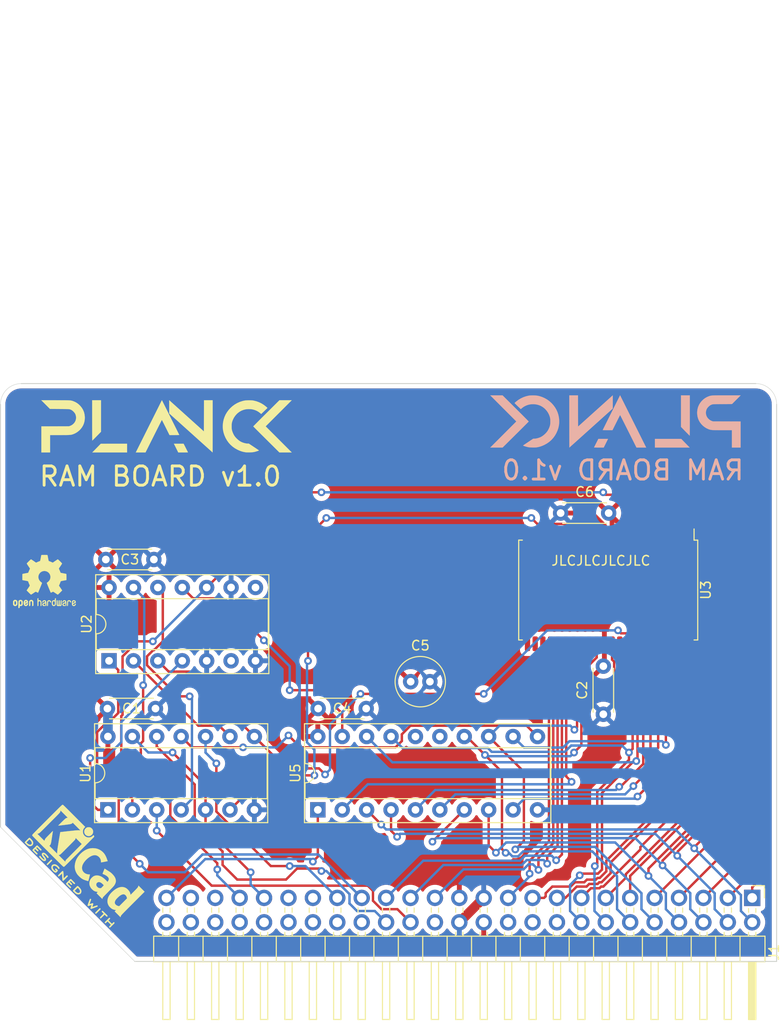
<source format=kicad_pcb>
(kicad_pcb (version 20211014) (generator pcbnew)
  (title_block (title "RAM BOARD") (date "2023-02-27") (rev "${VERSION}") (company "Six Pixels"))
  (layers (0 "F.Cu" signal) (31 "B.Cu" signal) (34 "B.Paste" user) (35 "F.Paste" user) (36 "B.SilkS" user "B.Silkscreen") (37 "F.SilkS" user "F.Silkscreen") (38 "B.Mask" user) (39 "F.Mask" user) (44 "Edge.Cuts" user))
  (property "VERSION" "v1.0")
  (net 0 "")
  (net 1 "RDY")
  (net 2 "A15")
  (net 3 "A14")
  (net 4 "A13")
  (net 5 "A12")
  (net 6 "A11")
  (net 7 "GND")
  (net 8 "+5V")
  (net 9 "A10")
  (net 10 "A9")
  (net 11 "A8")
  (net 12 "D7")
  (net 13 "A7")
  (net 14 "D6")
  (net 15 "A6")
  (net 16 "D5")
  (net 17 "A5")
  (net 18 "D4")
  (net 19 "A4")
  (net 20 "D3")
  (net 21 "A3")
  (net 22 "D2")
  (net 23 "A2")
  (net 24 "D1")
  (net 25 "A1")
  (net 26 "D0")
  (net 27 "A0")
  (net 28 "CLK")
  (net 29 "BE")
  (net 30 "SYNC")
  (net 31 "EX3")
  (net 32 "EX2")
  (net 33 "EX1")
  (net 34 "EX0")
  (net 35 "~{NMI}")
  (net 36 "~{RESET}")
  (net 37 "~{SLOT_IRQ}")
  (net 38 "~{IRQ}")
  (net 39 "R~{W}")
  (net 40 "LED4")
  (net 41 "LED3")
  (net 42 "LED2")
  (net 43 "LED1")
  (net 44 "~{SLOT_SEL}")
  (net 45 "~{INH}")
  (net 46 "~{SSEL}")
  (net 47 "CLK_12M")
  (net 48 "~{SLOW}")
  (net 49 "/~{CE}")
  (net 50 "Net-(U1-Pad11)")
  (net 51 "/~{WE}")
  (net 55 "/~{OE}")
  (net 56 "/RA14")
  (net 57 "/RA15")
  (net 58 "/RA16")
  (net 68 "Net-(U1-Pad4)")
  (net 69 "Net-(U1-Pad9)")
  (net 70 "/RA17")
  (net 73 "Net-(U1-Pad1)")
  (net 74 "/RA18")
  (net 75 "Net-(U2-Pad11)")
  (footprint "Connector_PinHeader_2.54mm:PinHeader_2x25_P2.54mm_Horizontal" (layer "F.Cu") (at 186.817 131.953 -90)
    (fp_text reference "J1")
    (fp_text value "Conn_01x40")
  )
  (footprint "Capacitor_THT:C_Disc_D4.3mm_W1.9mm_P5.00mm" (layer "F.Cu") (at 124.714 112.268 180)
    (fp_text reference "C1")
    (fp_text value "100n")
  )
  (footprint "Capacitor_THT:C_Disc_D4.3mm_W1.9mm_P5.00mm" (layer "F.Cu") (at 171.323 112.863 90)
    (fp_text reference "C2")
    (fp_text value "100n")
  )
  (footprint "Capacitor_THT:C_Disc_D4.3mm_W1.9mm_P5.00mm" (layer "F.Cu") (at 124.547 96.774 180)
    (fp_text reference "C3")
    (fp_text value "100n")
  )
  (footprint "Package_DIP:DIP-14_W7.62mm_Socket" (layer "F.Cu") (at 119.766 122.799 90)
    (fp_text reference "U1")
    (fp_text value "74HC00")
  )
  (footprint "Package_SO:TSOP-II-44_10.16x18.41mm_P0.8mm" (layer "F.Cu") (at 171.831 99.949 -90)
    (fp_text reference "U3")
    (fp_text value "IS61C5128AL-10TLI")
  )
  (footprint "Capacitor_THT:C_Disc_D4.3mm_W1.9mm_P5.00mm" (layer "F.Cu") (at 146.645 112.268 180)
    (fp_text reference "C4")
    (fp_text value "100n")
  )
  (footprint "Package_DIP:DIP-20_W7.62mm_Socket" (layer "F.Cu") (at 141.61 122.799 90)
    (fp_text reference "U5")
    (fp_text value "74HC273")
  )
  (footprint "Capacitor_THT:C_Radial_D5.0mm_H11.0mm_P2.00mm" (layer "F.Cu") (at 151.273 109.474)
    (fp_text reference "C5")
    (fp_text value "10u")
  )
  (footprint "Logo:logo" (layer "F.Cu") (at 125.857 82.931)
    (fp_text reference "LOGO" hide)
    (fp_text value "LOGO" hide)
  )
  (footprint "Symbol:KiCad-Logo2_5mm_SilkScreen" (layer "F.Cu") (at 117.643351 128.501303 -45)
    (fp_text reference "REF**" hide)
    (fp_text value "KiCad-Logo2_5mm_SilkScreen" hide)
  )
  (footprint "Package_DIP:DIP-14_W7.62mm_Socket" (layer "F.Cu") (at 119.883 107.305 90)
    (fp_text reference "U2")
    (fp_text value "74HC04")
  )
  (footprint "Symbol:OSHW-Logo2_7.3x6mm_SilkScreen" (layer "F.Cu") (at 113.157 99.06)
    (fp_text reference "OSHW" hide)
    (fp_text value "OSHW-Logo2_7.3x6mm_SilkScreen" hide)
  )
  (footprint "Capacitor_THT:C_Disc_D4.3mm_W1.9mm_P5.00mm" (layer "F.Cu") (at 166.878 91.948)
    (fp_text reference "C6")
    (fp_text value "100n")
  )
  (footprint "Logo:logo" (layer "B.Cu") (at 172.593 82.423 180)
    (fp_text reference "LOGO2" hide)
    (fp_text value "LOGO" hide)
  )
  (gr_arc (start 108.585 80.645) (mid 109.217356 79.118356) (end 110.744 78.486) (layer "Edge.Cuts") (width 0.05))
  (gr_line (start 189.357 138.557) (end 122.555 138.557) (layer "Edge.Cuts") (width 0.1))
  (gr_arc (start 187.198 78.486) (mid 188.724644 79.118356) (end 189.357 80.645) (layer "Edge.Cuts") (width 0.05))
  (gr_line (start 122.555 138.557) (end 108.585 124.587) (layer "Edge.Cuts") (width 0.05))
  (gr_line (start 189.357 80.645) (end 189.357 138.557) (layer "Edge.Cuts") (width 0.1))
  (gr_line (start 108.585 124.587) (end 108.585 80.645) (layer "Edge.Cuts") (width 0.1))
  (gr_line (start 110.744 78.486) (end 187.198 78.486) (layer "Edge.Cuts") (width 0.1))
  (gr_text "RAM BOARD ${VERSION}" (at 173.355 87.503) (layer "B.SilkS") (effects (font (size 2 2) (thickness 0.3)) (justify mirror)))
  (gr_text "JLCJLCJLCJLC" (at 171.069 96.901) (layer "F.SilkS") (effects (font (size 1 1))))
  (gr_text "RAM BOARD ${VERSION}" (at 125.222 88.138) (layer "F.SilkS") (effects (font (size 2 2) (thickness 0.3))))
  (segment (start 136.719779 128.64377) (end 138.682631 128.64377) (width 0.25) (layer "F.Cu") (net 2))
  (segment (start 131.051 117.97) (end 131.051 122.974991) (width 0.25) (layer "F.Cu") (net 2))
  (segment (start 131.051 122.974991) (end 136.719779 128.64377) (width 0.25) (layer "F.Cu") (net 2))
  (via (at 138.682631 128.64377) (size 0.8) (drill 0.4) (layers "F.Cu" "B.Cu") (net 2))
  (via (at 131.051 117.97) (size 0.8) (drill 0.4) (layers "F.Cu" "B.Cu") (net 2))
  (segment (start 143.637 131.953) (end 140.32777 128.64377) (width 0.25) (layer "B.Cu") (net 2))
  (segment (start 140.32777 128.64377) (end 138.682631 128.64377) (width 0.25) (layer "B.Cu") (net 2))
  (segment (start 129.926 116.845) (end 129.926 115.179) (width 0.25) (layer "B.Cu") (net 2))
  (segment (start 131.051 117.97) (end 129.926 116.845) (width 0.25) (layer "B.Cu") (net 2))
  (segment (start 120.839 112.733991) (end 120.839 108.261) (width 0.25) (layer "F.Cu") (net 3))
  (segment (start 120.839 108.261) (end 119.883 107.305) (width 0.25) (layer "F.Cu") (net 3))
  (segment (start 118.641 118.641) (end 118.641 114.713009) (width 0.25) (layer "F.Cu") (net 3))
  (segment (start 120.891 126.225002) (end 120.891 120.891) (width 0.25) (layer "F.Cu") (net 3))
  (segment (start 120.891 120.891) (end 118.641 118.641) (width 0.25) (layer "F.Cu") (net 3))
  (segment (start 119.961009 113.393) (end 120.179991 113.393) (width 0.25) (layer "F.Cu") (net 3))
  (segment (start 123.073701 128.407703) (end 120.891 126.225002) (width 0.25) (layer "F.Cu") (net 3))
  (segment (start 118.641 114.713009) (end 119.961009 113.393) (width 0.25) (layer "F.Cu") (net 3))
  (segment (start 120.179991 113.393) (end 120.839 112.733991) (width 0.25) (layer "F.Cu") (net 3))
  (via (at 123.073701 128.407703) (size 0.8) (drill 0.4) (layers "F.Cu" "B.Cu") (net 3))
  (segment (start 123.951998 129.286) (end 123.073701 128.407703) (width 0.25) (layer "B.Cu") (net 3))
  (segment (start 129.608501 127.439499) (end 127.762 129.286) (width 0.25) (layer "B.Cu") (net 3))
  (segment (start 141.663499 127.439499) (end 129.608501 127.439499) (width 0.25) (layer "B.Cu") (net 3))
  (segment (start 127.762 129.286) (end 123.951998 129.286) (width 0.25) (layer "B.Cu") (net 3))
  (segment (start 146.177 131.953) (end 141.663499 127.439499) (width 0.25) (layer "B.Cu") (net 3))
  (segment (start 168.231 107.456939) (end 167.688497 107.999442) (width 0.25) (layer "F.Cu") (net 4))
  (segment (start 167.688497 107.999442) (end 167.688497 109.805813) (width 0.25) (layer "F.Cu") (net 4))
  (segment (start 167.688497 109.805813) (end 167.011499 110.482811) (width 0.25) (layer "F.Cu") (net 4))
  (segment (start 167.011499 110.482811) (end 167.011499 127.44384) (width 0.25) (layer "F.Cu") (net 4))
  (segment (start 167.011499 127.44384) (end 166.414784 128.040555) (width 0.25) (layer "F.Cu") (net 4))
  (segment (start 168.231 105.5365) (end 168.231 107.456939) (width 0.25) (layer "F.Cu") (net 4))
  (via (at 166.414784 128.040555) (size 0.8) (drill 0.4) (layers "F.Cu" "B.Cu") (net 4))
  (segment (start 152.581996 128.088004) (end 162.646722 128.088004) (width 0.25) (layer "B.Cu") (net 4))
  (segment (start 165.941321 127.567092) (end 166.414784 128.040555) (width 0.25) (layer "B.Cu") (net 4))
  (segment (start 163.167634 127.567092) (end 165.941321 127.567092) (width 0.25) (layer "B.Cu") (net 4))
  (segment (start 148.717 131.953) (end 152.581996 128.088004) (width 0.25) (layer "B.Cu") (net 4))
  (segment (start 162.646722 128.088004) (end 163.167634 127.567092) (width 0.25) (layer "B.Cu") (net 4))
  (segment (start 167.238996 105.728504) (end 167.238996 109.619624) (width 0.25) (layer "F.Cu") (net 5))
  (segment (start 166.561998 110.296622) (end 166.561998 126.560005) (width 0.25) (layer "F.Cu") (net 5))
  (segment (start 167.238996 109.619624) (end 166.561998 110.296622) (width 0.25) (layer "F.Cu") (net 5))
  (segment (start 165.481 127.641003) (end 165.481 128.397) (width 0.25) (layer "F.Cu") (net 5))
  (segment (start 167.431 105.5365) (end 167.238996 105.728504) (width 0.25) (layer "F.Cu") (net 5))
  (segment (start 166.561998 126.560005) (end 165.481 127.641003) (width 0.25) (layer "F.Cu") (net 5))
  (via (at 165.481 128.397) (size 0.8) (drill 0.4) (layers "F.Cu" "B.Cu") (net 5))
  (segment (start 162.832911 128.537505) (end 163.353823 128.016593) (width 0.25) (layer "B.Cu") (net 5))
  (segment (start 165.100593 128.016593) (end 165.481 128.397) (width 0.25) (layer "B.Cu") (net 5))
  (segment (start 151.257 131.953) (end 154.672495 128.537505) (width 0.25) (layer "B.Cu") (net 5))
  (segment (start 154.672495 128.537505) (end 162.832911 128.537505) (width 0.25) (layer "B.Cu") (net 5))
  (segment (start 163.353823 128.016593) (end 165.100593 128.016593) (width 0.25) (layer "B.Cu") (net 5))
  (segment (start 166.112497 126.266085) (end 164.571239 127.807343) (width 0.25) (layer "F.Cu") (net 6))
  (segment (start 166.631 105.5365) (end 166.631 109.59193) (width 0.25) (layer "F.Cu") (net 6))
  (segment (start 164.571239 127.807343) (end 164.571239 129.040223) (width 0.25) (layer "F.Cu") (net 6))
  (segment (start 166.631 109.59193) (end 166.112497 110.110433) (width 0.25) (layer "F.Cu") (net 6))
  (segment (start 166.112497 110.110433) (end 166.112497 126.266085) (width 0.25) (layer "F.Cu") (net 6))
  (via (at 164.571239 129.040223) (size 0.8) (drill 0.4) (layers "F.Cu" "B.Cu") (net 6))
  (segment (start 163.99711 128.466094) (end 164.571239 129.040223) (width 0.25) (layer "B.Cu") (net 6))
  (segment (start 156.762994 128.987006) (end 163.0191 128.987006) (width 0.25) (layer "B.Cu") (net 6))
  (segment (start 163.0191 128.987006) (end 163.540012 128.466094) (width 0.25) (layer "B.Cu") (net 6))
  (segment (start 163.540012 128.466094) (end 163.99711 128.466094) (width 0.25) (layer "B.Cu") (net 6))
  (segment (start 153.797 131.953) (end 156.762994 128.987006) (width 0.25) (layer "B.Cu") (net 6))
  (segment (start 156.337 134.493) (end 158.877 131.953) (width 1) (layer "F.Cu") (net 7))
  (segment (start 172.448 107.397009) (end 172.448 111.738) (width 0.25) (layer "F.Cu") (net 7))
  (segment (start 172.448 111.738) (end 171.323 112.863) (width 0.25) (layer "F.Cu") (net 7))
  (segment (start 172.231 105.5365) (end 172.231 107.180009) (width 0.25) (layer "F.Cu") (net 7))
  (segment (start 171.431 94.3615) (end 171.431 93.268767) (width 0.5) (layer "F.Cu") (net 7))
  (segment (start 170.110233 91.948) (end 166.878 91.948) (width 0.5) (layer "F.Cu") (net 7))
  (segment (start 172.231 107.180009) (end 172.448 107.397009) (width 0.25) (layer "F.Cu") (net 7))
  (segment (start 171.431 93.268767) (end 170.110233 91.948) (width 0.5) (layer "F.Cu") (net 7))
  (segment (start 171.431 107.628) (end 171.431 105.5365) (width 0.5) (layer "F.Cu") (net 8))
  (segment (start 171.109 107.95) (end 171.431 107.628) (width 0.5) (layer "F.Cu") (net 8))
  (segment (start 171.431 105.5365) (end 171.431 103.613) (width 0.5) (layer "F.Cu") (net 8))
  (segment (start 172.231 94.3615) (end 172.231 92.301) (width 0.5) (layer "F.Cu") (net 8))
  (segment (start 172.231 92.301) (end 171.878 91.948) (width 0.5) (layer "F.Cu") (net 8))
  (segment (start 171.431 103.613) (end 171.069 103.251) (width 0.5) (layer "F.Cu") (net 8))
  (segment (start 119.766 115.179) (end 119.766 112.32) (width 1) (layer "B.Cu") (net 8))
  (segment (start 119.766 112.32) (end 119.714 112.268) (width 1) (layer "B.Cu") (net 8))
  (segment (start 165.662996 126.079896) (end 163.65281 128.090082) (width 0.25) (layer "F.Cu") (net 9))
  (segment (start 163.65281 128.090082) (end 163.65281 129.434549) (width 0.25) (layer "F.Cu") (net 9))
  (segment (start 165.662996 105.704504) (end 165.662996 126.079896) (width 0.25) (layer "F.Cu") (net 9))
  (segment (start 165.831 105.5365) (end 165.662996 105.704504) (width 0.25) (layer "F.Cu") (net 9))
  (via (at 163.65281 129.434549) (size 0.8) (drill 0.4) (layers "F.Cu" "B.Cu") (net 9))
  (segment (start 161.417 131.953) (end 163.65281 129.71719) (width 0.25) (layer "B.Cu") (net 9))
  (segment (start 163.65281 129.71719) (end 163.65281 129.434549) (width 0.25) (layer "B.Cu") (net 9))
  (segment (start 165.501926 95.449) (end 165.66553 95.449) (width 0.25) (layer "F.Cu") (net 10))
  (segment (start 180.831 106.353074) (end 181.229 106.751074) (width 0.25) (layer "F.Cu") (net 10))
  (segment (start 171.635499 128.082415) (end 171.635499 129.194019) (width 0.25) (layer "F.Cu") (net 10))
  (segment (start 167.914609 130.778) (end 166.010299 130.778) (width 0.25) (layer "F.Cu") (net 10))
  (segment (start 168.36411 130.328499) (end 167.914609 130.778) (width 0.25) (layer "F.Cu") (net 10))
  (segment (start 170.717921 129.878998) (end 170.543421 130.053498) (width 0.25) (layer "F.Cu") (net 10))
  (segment (start 181.229 106.751074) (end 181.229 118.488914) (width 0.25) (layer "F.Cu") (net 10))
  (segment (start 165.66553 95.449) (end 173.59453 103.378) (width 0.25) (layer "F.Cu") (net 10))
  (segment (start 165.031 94.978074) (end 165.501926 95.449) (width 0.25) (layer "F.Cu") (net 10))
  (segment (start 165.159081 131.953) (end 163.957 131.953) (width 0.25) (layer "F.Cu") (net 10))
  (segment (start 170.95052 129.878998) (end 170.717921 129.878998) (width 0.25) (layer "F.Cu") (net 10))
  (segment (start 173.59453 103.378) (end 179.489074 103.378) (width 0.25) (layer "F.Cu") (net 10))
  (segment (start 170.543421 130.053498) (end 169.612518 130.053498) (width 0.25) (layer "F.Cu") (net 10))
  (segment (start 169.612518 130.053498) (end 169.337517 130.328499) (width 0.25) (layer "F.Cu") (net 10))
  (segment (start 165.031 94.3615) (end 165.031 94.978074) (width 0.25) (layer "F.Cu") (net 10))
  (segment (start 171.635499 129.194019) (end 170.95052 129.878998) (width 0.25) (layer "F.Cu") (net 10))
  (segment (start 165.322 131.466299) (end 165.322 131.790081) (width 0.25) (layer "F.Cu") (net 10))
  (segment (start 166.010299 130.778) (end 165.322 131.466299) (width 0.25) (layer "F.Cu") (net 10))
  (segment (start 169.337517 130.328499) (end 168.36411 130.328499) (width 0.25) (layer "F.Cu") (net 10))
  (segment (start 165.322 131.790081) (end 165.159081 131.953) (width 0.25) (layer "F.Cu") (net 10))
  (segment (start 179.489074 103.378) (end 180.831 104.719926) (width 0.25) (layer "F.Cu") (net 10))
  (segment (start 181.229 118.488914) (end 171.635499 128.082415) (width 0.25) (layer "F.Cu") (net 10))
  (segment (start 180.831 104.719926) (end 180.831 106.353074) (width 0.25) (layer "F.Cu") (net 10))
  (segment (start 170.72961 130.502999) (end 169.850605 130.502999) (width 0.25) (layer "F.Cu") (net 11))
  (segment (start 179.675263 102.928499) (end 181.280501 104.533737) (width 0.25) (layer "F.Cu") (net 11))
  (segment (start 181.678501 106.564885) (end 181.678501 118.675103) (width 0.25) (layer "F.Cu") (net 11))
  (segment (start 181.280501 106.166885) (end 181.678501 106.564885) (width 0.25) (layer "F.Cu") (net 11))
  (segment (start 172.085 128.268604) (end 172.085 129.380208) (width 0.25) (layer "F.Cu") (net 11))
  (segment (start 165.831 94.978074) (end 173.781425 102.928499) (width 0.25) (layer "F.Cu") (net 11))
  (segment (start 181.280501 104.533737) (end 181.280501 106.166885) (width 0.25) (layer "F.Cu") (net 11))
  (segment (start 168.550299 130.778) (end 167.375299 131.953) (width 0.25) (layer "F.Cu") (net 11))
  (segment (start 170.90411 130.328499) (end 170.72961 130.502999) (width 0.25) (layer "F.Cu") (net 11))
  (segment (start 167.375299 131.953) (end 166.497 131.953) (width 0.25) (layer "F.Cu") (net 11))
  (segment (start 169.850605 130.502999) (end 169.575604 130.778) (width 0.25) (layer "F.Cu") (net 11))
  (segment (start 173.781425 102.928499) (end 179.675263 102.928499) (width 0.25) (layer "F.Cu") (net 11))
  (segment (start 171.136709 130.328499) (end 170.90411 130.328499) (width 0.25) (layer "F.Cu") (net 11))
  (segment (start 169.575604 130.778) (end 168.550299 130.778) (width 0.25) (layer "F.Cu") (net 11))
  (segment (start 172.085 129.380208) (end 171.136709 130.328499) (width 0.25) (layer "F.Cu") (net 11))
  (segment (start 165.831 94.3615) (end 165.831 94.978074) (width 0.25) (layer "F.Cu") (net 11))
  (segment (start 181.678501 118.675103) (end 172.085 128.268604) (width 0.25) (layer "F.Cu") (net 11))
  (segment (start 173.831 106.153074) (end 174.879 107.201074) (width 0.25) (layer "F.Cu") (net 12))
  (segment (start 168.864897 129.603997) (end 169.039397 129.429497) (width 0.25) (layer "F.Cu") (net 12))
  (segment (start 174.879 107.201074) (end 174.879 117.602) (width 0.25) (layer "F.Cu") (net 12))
  (segment (start 169.039397 129.429497) (end 170.764331 129.429497) (width 0.25) (layer "F.Cu") (net 12))
  (segment (start 170.764331 129.429497) (end 171.185998 129.00783) (width 0.25) (layer "F.Cu") (net 12))
  (segment (start 173.831 105.5365) (end 173.831 106.153074) (width 0.25) (layer "F.Cu") (net 12))
  (segment (start 174.879 117.602) (end 174.752 117.729) (width 0.25) (layer "F.Cu") (net 12))
  (segment (start 174.49869 117.729) (end 174.752 117.729) (width 0.25) (layer "F.Cu") (net 12))
  (segment (start 171.185998 129.00783) (end 171.185998 121.041692) (width 0.25) (layer "F.Cu") (net 12))
  (segment (start 171.185998 121.041692) (end 174.49869 117.729) (width 0.25) (layer "F.Cu") (net 12))
  (via (at 168.864897 129.603997) (size 0.8) (drill 0.4) (layers "F.Cu" "B.Cu") (net 12))
  (via (at 174.752 117.729) (size 0.8) (drill 0.4) (layers "F.Cu" "B.Cu") (net 12))
  (segment (start 149.367 117.856) (end 174.625 117.856) (width 0.25) (layer "B.Cu") (net 12))
  (segment (start 174.625 117.856) (end 174.752 117.729) (width 0.25) (layer "B.Cu") (net 12))
  (segment (start 167.862 130.606894) (end 168.864897 129.603997) (width 0.25) (layer "B.Cu") (net 12))
  (segment (start 146.69 115.179) (end 149.367 117.856) (width 0.25) (layer "B.Cu") (net 12))
  (segment (start 169.037 134.493) (end 167.862 133.318) (width 0.25) (layer "B.Cu") (net 12))
  (segment (start 167.862 133.318) (end 167.862 130.606894) (width 0.25) (layer "B.Cu") (net 12))
  (segment (start 166.631 94.978074) (end 174.131924 102.478998) (width 0.25) (layer "F.Cu") (net 13))
  (segment (start 170.915799 130.9525) (end 170.0375 130.9525) (width 0.25) (layer "F.Cu") (net 13))
  (segment (start 182.128002 106.378696) (end 182.128002 118.861292) (width 0.25) (layer "F.Cu") (net 13))
  (segment (start 182.128002 118.861292) (end 181.658497 119.330797) (width 0.25) (layer "F.Cu") (net 13))
  (segment (start 181.658497 120.188401) (end 175.179503 126.667395) (width 0.25) (layer "F.Cu") (net 13))
  (segment (start 166.631 94.3615) (end 166.631 94.978074) (width 0.25) (layer "F.Cu") (net 13))
  (segment (start 175.179503 126.921395) (end 171.322898 130.778) (width 0.25) (layer "F.Cu") (net 13))
  (segment (start 179.861452 102.478998) (end 181.730002 104.347548) (width 0.25) (layer "F.Cu") (net 13))
  (segment (start 171.322898 130.778) (end 171.090299 130.778) (width 0.25) (layer "F.Cu") (net 13))
  (segment (start 181.730002 105.980696) (end 182.128002 106.378696) (width 0.25) (layer "F.Cu") (net 13))
  (segment (start 175.179503 126.667395) (end 175.179503 126.921395) (width 0.25) (layer "F.Cu") (net 13))
  (segment (start 171.090299 130.778) (end 170.915799 130.9525) (width 0.25) (layer "F.Cu") (net 13))
  (segment (start 181.658497 119.330797) (end 181.658497 120.188401) (width 0.25) (layer "F.Cu") (net 13))
  (segment (start 181.730002 104.347548) (end 181.730002 105.980696) (width 0.25) (layer "F.Cu") (net 13))
  (segment (start 174.131924 102.478998) (end 179.861452 102.478998) (width 0.25) (layer "F.Cu") (net 13))
  (segment (start 170.0375 130.9525) (end 169.037 131.953) (width 0.25) (layer "F.Cu") (net 13))
  (segment (start 173.99 117.602) (end 173.99 116.84) (width 0.25) (layer "F.Cu") (net 14))
  (segment (start 174.371 107.493074) (end 174.371 116.459) (width 0.25) (layer "F.Cu") (net 14))
  (segment (start 170.688 120.904) (end 173.99 117.602) (width 0.25) (layer "F.Cu") (net 14))
  (segment (start 170.434 128.651) (end 170.688 128.397) (width 0.25) (layer "F.Cu") (net 14))
  (segment (start 174.371 116.459) (end 173.99 116.84) (width 0.25) (layer "F.Cu") (net 14))
  (segment (start 173.031 105.5365) (end 173.031 106.153074) (width 0.25) (layer "F.Cu") (net 14))
  (segment (start 170.688 128.397) (end 170.688 120.904) (width 0.25) (layer "F.Cu") (net 14))
  (segment (start 173.031 106.153074) (end 174.371 107.493074) (width 0.25) (layer "F.Cu") (net 14))
  (via (at 173.99 116.84) (size 0.8) (drill 0.4) (layers "F.Cu" "B.Cu") (net 14))
  (via (at 170.434 128.651) (size 0.8) (drill 0.4) (layers "F.Cu" "B.Cu") (net 14))
  (segment (start 159.706097 116.771499) (end 167.318903 116.771499) (width 0.25) (layer "B.Cu") (net 14))
  (segment (start 150.4205 116.3695) (end 159.304098 116.3695) (width 0.25) (layer "B.Cu") (net 14))
  (segment (start 149.23 115.179) (end 150.4205 116.3695) (width 0.25) (layer "B.Cu") (net 14))
  (segment (start 170.402 133.318) (end 170.402 128.683) (width 0.25) (layer "B.Cu") (net 14))
  (segment (start 171.577 134.493) (end 170.402 133.318) (width 0.25) (layer "B.Cu") (net 14))
  (segment (start 167.974902 116.1155) (end 173.2655 116.1155) (width 0.25) (layer "B.Cu") (net 14))
  (segment (start 159.304098 116.3695) (end 159.706097 116.771499) (width 0.25) (layer "B.Cu") (net 14))
  (segment (start 173.2655 116.1155) (end 173.99 116.84) (width 0.25) (layer "B.Cu") (net 14))
  (segment (start 170.402 128.683) (end 170.434 128.651) (width 0.25) (layer "B.Cu") (net 14))
  (segment (start 167.318903 116.771499) (end 167.974902 116.1155) (width 0.25) (layer "B.Cu") (net 14))
  (segment (start 182.179503 104.161359) (end 182.179503 105.794507) (width 0.25) (layer "F.Cu") (net 15))
  (segment (start 182.179503 105.794507) (end 182.577503 106.192507) (width 0.25) (layer "F.Cu") (net 15))
  (segment (start 182.107998 119.516986) (end 182.107998 121.040312) (width 0.25) (layer "F.Cu") (net 15))
  (segment (start 182.577503 119.047481) (end 182.107998 119.516986) (width 0.25) (layer "F.Cu") (net 15))
  (segment (start 173.667499 129.862501) (end 171.577 131.953) (width 0.25) (layer "F.Cu") (net 15))
  (segment (start 180.047641 102.029497) (end 182.179503 104.161359) (width 0.25) (layer "F.Cu") (net 15))
  (segment (start 167.431 94.3615) (end 167.431 94.978074) (width 0.25) (layer "F.Cu") (net 15))
  (segment (start 167.431 94.978074) (end 174.482423 102.029497) (width 0.25) (layer "F.Cu") (net 15))
  (segment (start 173.667499 129.480811) (end 173.667499 129.862501) (width 0.25) (layer "F.Cu") (net 15))
  (segment (start 182.577503 106.192507) (end 182.577503 119.047481) (width 0.25) (layer "F.Cu") (net 15))
  (segment (start 174.482423 102.029497) (end 180.047641 102.029497) (width 0.25) (layer "F.Cu") (net 15))
  (segment (start 182.107998 121.040312) (end 173.667499 129.480811) (width 0.25) (layer "F.Cu") (net 15))
  (segment (start 156.85 115.179) (end 157.089 115.179) (width 0.25) (layer "F.Cu") (net 16))
  (segment (start 170.631 106.964009) (end 169.037 108.558009) (width 0.25) (layer "F.Cu") (net 16))
  (segment (start 170.631 105.5365) (end 170.631 106.964009) (width 0.25) (layer "F.Cu") (net 16))
  (segment (start 160.774351 126.883169) (end 161.15839 127.267208) (width 0.25) (layer "F.Cu") (net 16))
  (segment (start 169.037 116.078) (end 168.275 116.84) (width 0.25) (layer "F.Cu") (net 16))
  (segment (start 169.037 108.558009) (end 169.037 116.078) (width 0.25) (layer "F.Cu") (net 16))
  (segment (start 157.089 115.179) (end 160.774351 118.864351) (width 0.25) (layer "F.Cu") (net 16))
  (segment (start 160.774351 118.864351) (end 160.774351 126.883169) (width 0.25) (layer "F.Cu") (net 16))
  (via (at 168.275 116.84) (size 0.8) (drill 0.4) (layers "F.Cu" "B.Cu") (net 16))
  (via (at 159.004 117.094) (size 0.8) (drill 0.4) (layers "F.Cu" "B.Cu") (net 16))
  (via (at 161.15839 127.267208) (size 0.8) (drill 0.4) (layers "F.Cu" "B.Cu") (net 16))
  (segment (start 161.489042 127.267208) (end 161.15839 127.267208) (width 0.25) (layer "B.Cu") (net 16))
  (segment (start 170.170591 127.117591) (end 162.981445 127.117591) (width 0.25) (layer "B.Cu") (net 16))
  (segment (start 167.894 117.221) (end 168.275 116.84) (width 0.25) (layer "B.Cu") (net 16))
  (segment (start 172.752 133.128) (end 172.752 129.699) (width 0.25) (layer "B.Cu") (net 16))
  (segment (start 162.981445 127.117591) (end 162.460533 127.638503) (width 0.25) (layer "B.Cu") (net 16))
  (segment (start 162.460533 127.638503) (end 161.860337 127.638503) (width 0.25) (layer "B.Cu") (net 16))
  (segment (start 161.860337 127.638503) (end 161.489042 127.267208) (width 0.25) (layer "B.Cu") (net 16))
  (segment (start 159.131 117.221) (end 167.894 117.221) (width 0.25) (layer "B.Cu") (net 16))
  (segment (start 174.117 134.493) (end 172.752 133.128) (width 0.25) (layer "B.Cu") (net 16))
  (segment (start 159.004 117.094) (end 159.131 117.221) (width 0.25) (layer "B.Cu") (net 16))
  (segment (start 172.752 129.699) (end 170.170591 127.117591) (width 0.25) (layer "B.Cu") (net 16))
  (segment (start 182.629004 120.526694) (end 182.629004 121.027306) (width 0.25) (layer "F.Cu") (net 17))
  (segment (start 182.629004 121.027306) (end 182.557499 121.098811) (width 0.25) (layer "F.Cu") (net 17))
  (segment (start 180.23383 101.579996) (end 182.900004 104.24617) (width 0.25) (layer "F.Cu") (net 17))
  (segment (start 182.557499 120.082811) (end 182.557499 120.455189) (width 0.25) (layer "F.Cu") (net 17))
  (segment (start 182.629004 120.011306) (end 182.557499 120.082811) (width 0.25) (layer "F.Cu") (net 17))
  (segment (start 183.027004 119.23367) (end 182.629004 119.63167) (width 0.25) (layer "F.Cu") (net 17))
  (segment (start 183.027004 106.006318) (end 183.027004 119.23367) (width 0.25) (layer "F.Cu") (net 17))
  (segment (start 182.629004 119.63167) (end 182.629004 120.011306) (width 0.25) (layer "F.Cu") (net 17))
  (segment (start 174.117 129.667) (end 174.117 131.953) (width 0.25) (layer "F.Cu") (net 17))
  (segment (start 182.900004 104.24617) (end 182.900004 105.879318) (width 0.25) (layer "F.Cu") (net 17))
  (segment (start 182.557499 121.226501) (end 174.117 129.667) (width 0.25) (layer "F.Cu") (net 17))
  (segment (start 182.900004 105.879318) (end 183.027004 106.006318) (width 0.25) (layer "F.Cu") (net 17))
  (segment (start 168.231 94.978074) (end 174.832922 101.579996) (width 0.25) (layer "F.Cu") (net 17))
  (segment (start 174.832922 101.579996) (end 180.23383 101.579996) (width 0.25) (layer "F.Cu") (net 17))
  (segment (start 182.557499 120.455189) (end 182.629004 120.526694) (width 0.25) (layer "F.Cu") (net 17))
  (segment (start 182.557499 121.098811) (end 182.557499 121.226501) (width 0.25) (layer "F.Cu") (net 17))
  (segment (start 168.231 94.3615) (end 168.231 94.978074) (width 0.25) (layer "F.Cu") (net 17))
  (segment (start 169.831 107.128319) (end 168.587499 108.37182) (width 0.25) (layer "F.Cu") (net 18))
  (segment (start 169.831 105.5365) (end 169.831 107.128319) (width 0.25) (layer "F.Cu") (net 18))
  (segment (start 159.39 115.179) (end 163.055 118.844) (width 0.25) (layer "F.Cu") (net 18))
  (segment (start 168.587499 108.37182) (end 168.587499 114.196864) (width 0.25) (layer "F.Cu") (net 18))
  (segment (start 168.587499 114.196864) (end 168.3125 114.471863) (width 0.25) (layer "F.Cu") (net 18))
  (segment (start 163.055 126.019438) (end 162.160435 126.914003) (width 0.25) (layer "F.Cu") (net 18))
  (segment (start 163.055 118.844) (end 163.055 126.019438) (width 0.25) (layer "F.Cu") (net 18))
  (via (at 162.160435 126.914003) (size 0.8) (drill 0.4) (layers "F.Cu" "B.Cu") (net 18))
  (via (at 168.3125 114.471863) (size 0.8) (drill 0.4) (layers "F.Cu" "B.Cu") (net 18))
  (segment (start 175.292 133.128) (end 175.292 131.466299) (width 0.25) (layer "B.Cu") (net 18))
  (segment (start 167.890936 114.050299) (end 168.3125 114.471863) (width 0.25) (layer "B.Cu") (net 18))
  (segment (start 170.474871 126.64917) (end 162.425268 126.64917) (width 0.25) (layer "B.Cu") (net 18))
  (segment (start 159.39 115.179) (end 160.518701 114.050299) (width 0.25) (layer "B.Cu") (net 18))
  (segment (start 176.657 134.493) (end 175.292 133.128) (width 0.25) (layer "B.Cu") (net 18))
  (segment (start 162.425268 126.64917) (end 162.160435 126.914003) (width 0.25) (layer "B.Cu") (net 18))
  (segment (start 160.518701 114.050299) (end 167.890936 114.050299) (width 0.25) (layer "B.Cu") (net 18))
  (segment (start 175.292 131.466299) (end 170.474871 126.64917) (width 0.25) (layer "B.Cu") (net 18))
  (segment (start 180.385737 98.473497) (end 185.272996 103.360756) (width 0.25) (layer "F.Cu") (net 19))
  (segment (start 175.431 94.3615) (end 175.431 95.03793) (width 0.25) (layer "F.Cu") (net 19))
  (segment (start 185.272996 103.360756) (end 185.272996 105.07386) (width 0.25) (layer "F.Cu") (net 19))
  (segment (start 175.431 95.03793) (end 178.866567 98.473497) (width 0.25) (layer "F.Cu") (net 19))
  (segment (start 185.272996 105.07386) (end 185.274509 105.075373) (width 0.25) (layer "F.Cu") (net 19))
  (segment (start 185.274509 105.075373) (end 185.274509 123.335491) (width 0.25) (layer "F.Cu") (net 19))
  (segment (start 178.866567 98.473497) (end 180.385737 98.473497) (width 0.25) (layer "F.Cu") (net 19))
  (segment (start 185.274509 123.335491) (end 176.657 131.953) (width 0.25) (layer "F.Cu") (net 19))
  (segment (start 183.474992 119.421372) (end 183.474992 121.452008) (width 0.25) (layer "F.Cu") (net 20))
  (segment (start 180.420725 101.130495) (end 183.474992 104.184762) (width 0.25) (layer "F.Cu") (net 20))
  (segment (start 159.39 122.799) (end 159.39 126.497) (width 0.25) (layer "F.Cu") (net 20))
  (segment (start 169.831 94.3615) (end 169.831 94.978074) (width 0.25) (layer "F.Cu") (net 20))
  (segment (start 159.39 126.497) (end 160.147 127.254) (width 0.25) (layer "F.Cu") (net 20))
  (segment (start 175.983421 101.130495) (end 180.420725 101.130495) (width 0.25) (layer "F.Cu") (net 20))
  (segment (start 183.474992 121.452008) (end 176.022 128.905) (width 0.25) (layer "F.Cu") (net 20))
  (segment (start 176.022 128.905) (end 176.022 129.667) (width 0.25) (layer "F.Cu") (net 20))
  (segment (start 183.474992 104.184762) (end 183.474992 105.818616) (width 0.25) (layer "F.Cu") (net 20))
  (segment (start 183.476505 105.820129) (end 183.476505 119.419859) (width 0.25) (layer "F.Cu") (net 20))
  (segment (start 183.476505 119.419859) (end 183.474992 119.421372) (width 0.25) (layer "F.Cu") (net 20))
  (segment (start 169.831 94.978074) (end 175.983421 101.130495) (width 0.25) (layer "F.Cu") (net 20))
  (segment (start 183.474992 105.818616) (end 183.476505 105.820129) (width 0.25) (layer "F.Cu") (net 20))
  (via (at 160.147 127.254) (size 0.8) (drill 0.4) (layers "F.Cu" "B.Cu") (net 20))
  (via (at 176.022 129.667) (size 0.8) (drill 0.4) (layers "F.Cu" "B.Cu") (net 20))
  (segment (start 177.832 133.128) (end 177.832 131.466299) (width 0.25) (layer "B.Cu") (net 20))
  (segment (start 162.979549 126.192092) (end 162.97696 126.189503) (width 0.25) (layer "B.Cu") (net 20))
  (segment (start 172.557793 126.192092) (end 162.979549 126.192092) (width 0.25) (layer "B.Cu") (net 20))
  (segment (start 161.341321 126.192092) (end 161.208908 126.192092) (width 0.25) (layer "B.Cu") (net 20))
  (segment (start 161.34391 126.189503) (end 161.341321 126.192092) (width 0.25) (layer "B.Cu") (net 20))
  (segment (start 161.208908 126.192092) (end 160.147 127.254) (width 0.25) (layer "B.Cu") (net 20))
  (segment (start 177.832 131.466299) (end 172.557793 126.192092) (width 0.25) (layer "B.Cu") (net 20))
  (segment (start 162.97696 126.189503) (end 161.34391 126.189503) (width 0.25) (layer "B.Cu") (net 20))
  (segment (start 179.197 134.493) (end 177.832 133.128) (width 0.25) (layer "B.Cu") (net 20))
  (segment (start 176.231 94.3615) (end 176.231 95.07593) (width 0.25) (layer "F.Cu") (net 21))
  (segment (start 185.72401 104.889184) (end 185.72401 125.42599) (width 0.25) (layer "F.Cu") (net 21))
  (segment (start 185.72401 125.42599) (end 179.197 131.953) (width 0.25) (layer "F.Cu") (net 21))
  (segment (start 185.722497 104.887671) (end 185.72401 104.889184) (width 0.25) (layer "F.Cu") (net 21))
  (segment (start 185.722497 103.174567) (end 185.722497 104.887671) (width 0.25) (layer "F.Cu") (net 21))
  (segment (start 176.231 95.07593) (end 179.179066 98.023996) (width 0.25) (layer "F.Cu") (net 21))
  (segment (start 179.179066 98.023996) (end 180.571926 98.023996) (width 0.25) (layer "F.Cu") (net 21))
  (segment (start 180.571926 98.023996) (end 185.722497 103.174567) (width 0.25) (layer "F.Cu") (net 21))
  (segment (start 177.487851 128.074839) (end 177.487851 128.582149) (width 0.25) (layer "F.Cu") (net 22))
  (segment (start 183.926006 105.63394) (end 183.926006 119.606048) (width 0.25) (layer "F.Cu") (net 22))
  (segment (start 170.631 94.978074) (end 176.33392 100.680994) (width 0.25) (layer "F.Cu") (net 22))
  (segment (start 180.606914 100.680994) (end 183.924493 103.998573) (width 0.25) (layer "F.Cu") (net 22))
  (segment (start 176.33392 100.680994) (end 180.606914 100.680994) (width 0.25) (layer "F.Cu") (net 22))
  (segment (start 170.631 94.3615) (end 170.631 94.978074) (width 0.25) (layer "F.Cu") (net 22))
  (segment (start 183.924493 121.638197) (end 177.487851 128.074839) (width 0.25) (layer "F.Cu") (net 22))
  (segment (start 183.924493 105.632427) (end 183.926006 105.63394) (width 0.25) (layer "F.Cu") (net 22))
  (segment (start 183.924493 119.607561) (end 183.924493 121.638197) (width 0.25) (layer "F.Cu") (net 22))
  (segment (start 183.926006 119.606048) (end 183.924493 119.607561) (width 0.25) (layer "F.Cu") (net 22))
  (segment (start 183.924493 103.998573) (end 183.924493 105.632427) (width 0.25) (layer "F.Cu") (net 22))
  (segment (start 156.85 122.799) (end 153.5405 126.1085) (width 0.25) (layer "F.Cu") (net 22))
  (via (at 153.5405 126.1085) (size 0.8) (drill 0.4) (layers "F.Cu" "B.Cu") (net 22))
  (via (at 177.487851 128.582149) (size 0.8) (drill 0.4) (layers "F.Cu" "B.Cu") (net 22))
  (segment (start 161.157721 125.740002) (end 161.155132 125.742591) (width 0.25) (layer "B.Cu") (net 22))
  (segment (start 153.906409 125.742591) (end 153.5405 126.1085) (width 0.25) (layer "B.Cu") (net 22))
  (segment (start 174.648292 125.742591) (end 163.165738 125.742591) (width 0.25) (layer "B.Cu") (net 22))
  (segment (start 180.372 131.466299) (end 177.487851 128.582149) (width 0.25) (layer "B.Cu") (net 22))
  (segment (start 163.165738 125.742591) (end 163.163149 125.740002) (width 0.25) (layer "B.Cu") (net 22))
  (segment (start 180.372 133.128) (end 180.372 131.466299) (width 0.25) (layer "B.Cu") (net 22))
  (segment (start 181.737 134.493) (end 180.372 133.128) (width 0.25) (layer "B.Cu") (net 22))
  (segment (start 177.487851 128.582149) (end 174.648292 125.742591) (width 0.25) (layer "B.Cu") (net 22))
  (segment (start 163.163149 125.740002) (end 161.157721 125.740002) (width 0.25) (layer "B.Cu") (net 22))
  (segment (start 161.155132 125.742591) (end 153.906409 125.742591) (width 0.25) (layer "B.Cu") (net 22))
  (segment (start 177.031 94.3615) (end 177.031 94.98555) (width 0.25) (layer "F.Cu") (net 23))
  (segment (start 186.171998 104.701482) (end 186.173511 104.702995) (width 0.25) (layer "F.Cu") (net 23))
  (segment (start 180.758115 97.574495) (end 186.171998 102.988378) (width 0.25) (layer "F.Cu") (net 23))
  (segment (start 177.031 94.98555) (end 179.619945 97.574495) (width 0.25) (layer "F.Cu") (net 23))
  (segment (start 186.173511 127.516489) (end 181.737 131.953) (width 0.25) (layer "F.Cu") (net 23))
  (segment (start 186.173511 104.702995) (end 186.173511 127.516489) (width 0.25) (layer "F.Cu") (net 23))
  (segment (start 179.619945 97.574495) (end 180.758115 97.574495) (width 0.25) (layer "F.Cu") (net 23))
  (segment (start 186.171998 102.988378) (end 186.171998 104.701482) (width 0.25) (layer "F.Cu") (net 23))
  (segment (start 173.231 95.178074) (end 177.425924 99.372998) (width 0.25) (layer "F.Cu") (net 24))
  (segment (start 184.373994 103.812384) (end 184.373994 105.446238) (width 0.25) (layer "F.Cu") (net 24))
  (segment (start 173.231 94.5615) (end 173.231 95.178074) (width 0.25) (layer "F.Cu") (net 24))
  (segment (start 184.373994 121.824386) (end 179.07 127.12838) (width 0.25) (layer "F.Cu") (net 24))
  (segment (start 184.373994 119.79375) (end 184.373994 121.824386) (width 0.25) (layer "F.Cu") (net 24))
  (segment (start 179.07 127.12838) (end 179.07 127.635) (width 0.25) (layer "F.Cu") (net 24))
  (segment (start 149.23 124.973) (end 149.86 125.603) (width 0.25) (layer "F.Cu") (net 24))
  (segment (start 184.373994 105.446238) (end 184.375507 105.447751) (width 0.25) (layer "F.Cu") (net 24))
  (segment (start 184.375507 105.447751) (end 184.375507 119.792237) (width 0.25) (layer "F.Cu") (net 24))
  (segment (start 179.934608 99.372998) (end 184.373994 103.812384) (width 0.25) (layer "F.Cu") (net 24))
  (segment (start 173.031 94.3615) (end 173.231 94.5615) (width 0.25) (layer "F.Cu") (net 24))
  (segment (start 184.375507 119.792237) (end 184.373994 119.79375) (width 0.25) (layer "F.Cu") (net 24))
  (segment (start 149.23 122.799) (end 149.23 124.973) (width 0.25) (layer "F.Cu") (net 24))
  (segment (start 177.425924 99.372998) (end 179.934608 99.372998) (width 0.25) (layer "F.Cu") (net 24))
  (via (at 179.016495 127.570793) (size 0.8) (drill 0.4) (layers "F.Cu" "B.Cu") (net 24))
  (via (at 149.86 125.603) (size 0.8) (drill 0.4) (layers "F.Cu" "B.Cu") (net 24))
  (segment (start 163.351927 125.29309) (end 176.738791 125.29309) (width 0.25) (layer "B.Cu") (net 24))
  (segment (start 160.971532 125.290501) (end 163.349338 125.290501) (width 0.25) (layer "B.Cu") (net 24))
  (segment (start 176.738791 125.29309) (end 179.016495 127.570793) (width 0.25) (layer "B.Cu") (net 24))
  (segment (start 149.86 125.603) (end 150.16991 125.29309) (width 0.25) (layer "B.Cu") (net 24))
  (segment (start 150.16991 125.29309) (end 160.968943 125.29309) (width 0.25) (layer "B.Cu") (net 24))
  (segment (start 182.912 131.466299) (end 179.016495 127.570793) (width 0.25) (layer "B.Cu") (net 24))
  (segment (start 160.968943 125.29309) (end 160.971532 125.290501) (width 0.25) (layer "B.Cu") (net 24))
  (segment (start 182.912 133.128) (end 182.912 131.466299) (width 0.25) (layer "B.Cu") (net 24))
  (segment (start 184.277 134.493) (end 182.912 133.128) (width 0.25) (layer "B.Cu") (net 24))
  (segment (start 163.349338 125.290501) (end 163.351927 125.29309) (width 0.25) (layer "B.Cu") (net 24))
  (segment (start 177.831 95.02286) (end 179.933134 97.124994) (width 0.25) (layer "F.Cu") (net 25))
  (segment (start 180.944304 97.124994) (end 186.621499 102.802189) (width 0.25) (layer "F.Cu") (net 25))
  (segment (start 186.621499 104.515293) (end 186.623012 104.516806) (width 0.25) (layer "F.Cu") (net 25))
  (segment (start 186.623012 129.606988) (end 184.277 131.953) (width 0.25) (layer "F.Cu") (net 25))
  (segment (start 177.831 94.3615) (end 177.831 95.02286) (width 0.25) (layer "F.Cu") (net 25))
  (segment (start 186.623012 104.516806) (end 186.623012 129.606988) (width 0.25) (layer "F.Cu") (net 25))
  (segment (start 179.933134 97.124994) (end 180.944304 97.124994) (width 0.25) (layer "F.Cu") (net 25))
  (segment (start 186.621499 102.802189) (end 186.621499 104.515293) (width 0.25) (layer "F.Cu") (net 25))
  (segment (start 180.199548 98.922998) (end 184.823495 103.546945) (width 0.25) (layer "F.Cu") (net 26))
  (segment (start 148.209 124.318) (end 148.209 124.333) (width 0.25) (layer "F.Cu") (net 26))
  (segment (start 184.823495 122.643505) (end 180.721 126.746) (width 0.25) (layer "F.Cu") (net 26))
  (segment (start 184.825008 105.261562) (end 184.825008 119.978426) (width 0.25) (layer "F.Cu") (net 26))
  (segment (start 184.823495 103.546945) (end 184.823495 105.260049) (width 0.25) (layer "F.Cu") (net 26))
  (segment (start 173.831 94.978074) (end 177.775924 98.922998) (width 0.25) (layer "F.Cu") (net 26))
  (segment (start 146.69 122.799) (end 148.209 124.318) (width 0.25) (layer "F.Cu") (net 26))
  (segment (start 177.775924 98.922998) (end 180.199548 98.922998) (width 0.25) (layer "F.Cu") (net 26))
  (segment (start 184.823495 105.260049) (end 184.825008 105.261562) (width 0.25) (layer "F.Cu") (net 26))
  (segment (start 184.823495 119.979939) (end 184.823495 122.643505) (width 0.25) (layer "F.Cu") (net 26))
  (segment (start 184.825008 119.978426) (end 184.823495 119.979939) (width 0.25) (layer "F.Cu") (net 26))
  (segment (start 173.831 94.3615) (end 173.831 94.978074) (width 0.25) (layer "F.Cu") (net 26))
  (via (at 180.784097 126.801305) (size 0.8) (drill 0.4) (layers "F.Cu" "B.Cu") (net 26))
  (via (at 148.209 124.333) (size 0.8) (drill 0.4) (layers "F.Cu" "B.Cu") (net 26))
  (segment (start 148.717 124.841) (end 178.823792 124.841) (width 0.25) (layer "B.Cu") (net 26))
  (segment (start 180.787006 126.801305) (end 180.784097 126.801305) (width 0.25) (layer "B.Cu") (net 26))
  (segment (start 185.642 133.318) (end 185.642 131.656299) (width 0.25) (layer "B.Cu") (net 26))
  (segment (start 186.817 134.493) (end 185.642 133.318) (width 0.25) (layer "B.Cu") (net 26))
  (segment (start 178.823792 124.841) (end 180.784097 126.801305) (width 0.25) (layer "B.Cu") (net 26))
  (segment (start 185.642 131.656299) (end 180.787006 126.801305) (width 0.25) (layer "B.Cu") (net 26))
  (segment (start 148.209 124.333) (end 148.717 124.841) (width 0.25) (layer "B.Cu") (net 26))
  (segment (start 187.072513 130.597487) (end 187.072513 104.330617) (width 0.25) (layer "F.Cu") (net 27))
  (segment (start 187.071 102.616) (end 181.130493 96.675493) (width 0.25) (layer "F.Cu") (net 27))
  (segment (start 187.071 104.329104) (end 187.071 102.616) (width 0.25) (layer "F.Cu") (net 27))
  (segment (start 180.119323 96.675493) (end 178.631 95.18717) (width 0.25) (layer "F.Cu") (net 27))
  (segment (start 186.817 131.953) (end 186.817 130.853) (width 0.25) (layer "F.Cu") (net 27))
  (segment (start 178.631 95.18717) (end 178.631 94.3615) (width 0.25) (layer "F.Cu") (net 27))
  (segment (start 181.130493 96.675493) (end 180.119323 96.675493) (width 0.25) (layer "F.Cu") (net 27))
  (segment (start 186.817 130.853) (end 187.072513 130.597487) (width 0.25) (layer "F.Cu") (net 27))
  (segment (start 187.072513 104.330617) (end 187.071 104.329104) (width 0.25) (layer "F.Cu") (net 27))
  (segment (start 129.926 122.799) (end 129.926 124.592) (width 0.25) (layer "F.Cu") (net 28))
  (segment (start 129.926 122.799) (end 129.926 120.265402) (width 0.25) (layer "F.Cu") (net 28))
  (segment (start 129.926 120.265402) (end 126.496299 116.835701) (width 0.25) (layer "F.Cu") (net 28))
  (segment (start 129.926 124.592) (end 134.62 129.286) (width 0.25) (layer "F.Cu") (net 28))
  (via (at 134.62 129.286) (size 0.8) (drill 0.4) (layers "F.Cu" "B.Cu") (net 28))
  (via (at 126.496299 116.835701) (size 0.8) (drill 0.4) (layers "F.Cu" "B.Cu") (net 28))
  (segment (start 122.306 115.179) (end 123.962701 116.835701) (width 0.25) (layer "B.Cu") (net 28))
  (segment (start 134.62 130.556) (end 136.017 131.953) (width 0.25) (layer "B.Cu") (net 28))
  (segment (start 134.62 129.286) (end 134.62 130.556) (width 0.25) (layer "B.Cu") (net 28))
  (segment (start 123.962701 116.835701) (end 126.496299 116.835701) (width 0.25) (layer "B.Cu") (net 28))
  (segment (start 141.61 127.6675) (end 141.097 128.1805) (width 0.25) (layer "F.Cu") (net 36))
  (segment (start 141.61 122.799) (end 141.61 127.6675) (width 0.25) (layer "F.Cu") (net 36))
  (via (at 141.097 128.1805) (size 0.8) (drill 0.4) (layers "F.Cu" "B.Cu") (net 36))
  (segment (start 125.857 131.953) (end 129.89073 127.91927) (width 0.25) (layer "B.Cu") (net 36))
  (segment (start 140.83577 127.91927) (end 141.097 128.1805) (width 0.25) (layer "B.Cu") (net 36))
  (segment (start 129.89073 127.91927) (end 140.83577 127.91927) (width 0.25) (layer "B.Cu") (net 36))
  (segment (start 123.19 118.11) (end 126.261 121.181) (width 0.25) (layer "F.Cu") (net 39))
  (segment (start 126.261 123.467) (end 131.146676 128.352676) (width 0.25) (layer "F.Cu") (net 39))
  (segment (start 123.431 115.644991) (end 123.19 115.885991) (width 0.25) (layer "F.Cu") (net 39))
  (segment (start 123.19 115.885991) (end 123.19 118.11) (width 0.25) (layer "F.Cu") (net 39))
  (segment (start 131.146676 128.352676) (end 131.146676 128.9945) (width 0.25) (layer "F.Cu") (net 39))
  (segment (start 123.431 109.842) (end 123.431 115.644991) (width 0.25) (layer "F.Cu") (net 39))
  (segment (start 126.261 121.181) (end 126.261 123.467) (width 0.25) (layer "F.Cu") (net 39))
  (via (at 123.431 109.842) (size 0.8) (drill 0.4) (layers "F.Cu" "B.Cu") (net 39))
  (via (at 131.146676 128.9945) (size 0.8) (drill 0.4) (layers "F.Cu" "B.Cu") (net 39))
  (segment (start 133.477 131.953) (end 131.146676 129.622676) (width 0.25) (layer "B.Cu") (net 39))
  (segment (start 123.548 100.81) (end 122.423 99.685) (width 0.25) (layer "B.Cu") (net 39))
  (segment (start 123.431 109.842) (end 123.548 109.725) (width 0.25) (layer "B.Cu") (net 39))
  (segment (start 123.548 109.725) (end 123.548 100.81) (width 0.25) (layer "B.Cu") (net 39))
  (segment (start 131.146676 129.622676) (end 131.146676 128.9945) (width 0.25) (layer "B.Cu") (net 39))
  (segment (start 131.699 127.127) (end 128.801 124.229) (width 0.25) (layer "F.Cu") (net 44))
  (segment (start 128.801 120.165) (end 124.846 116.21) (width 0.25) (layer "F.Cu") (net 44))
  (segment (start 139.446 128.905) (end 138.303 130.048) (width 0.25) (layer "F.Cu") (net 44))
  (segment (start 124.846 116.21) (end 124.846 115.179) (width 0.25) (layer "F.Cu") (net 44))
  (segment (start 133.223 130.048) (end 131.699 128.524) (width 0.25) (layer "F.Cu") (net 44))
  (segment (start 141.986 129.159) (end 141.732 128.905) (width 0.25) (layer "F.Cu") (net 44))
  (segment (start 141.732 128.905) (end 139.446 128.905) (width 0.25) (layer "F.Cu") (net 44))
  (segment (start 138.303 130.048) (end 133.223 130.048) (width 0.25) (layer "F.Cu") (net 44))
  (segment (start 128.801 124.229) (end 128.801 120.165) (width 0.25) (layer "F.Cu") (net 44))
  (segment (start 131.699 128.524) (end 131.699 127.127) (width 0.25) (layer "F.Cu") (net 44))
  (via (at 141.986 129.159) (size 0.8) (drill 0.4) (layers "F.Cu" "B.Cu") (net 44))
  (segment (start 144.907 131.561299) (end 142.504701 129.159) (width 0.25) (layer "B.Cu") (net 44))
  (segment (start 147.542 133.318) (end 145.690006 133.318) (width 0.25) (layer "B.Cu") (net 44))
  (segment (start 148.717 134.493) (end 147.542 133.318) (width 0.25) (layer "B.Cu") (net 44))
  (segment (start 144.907 132.534994) (end 144.907 131.561299) (width 0.25) (layer "B.Cu") (net 44))
  (segment (start 145.690006 133.318) (end 144.907 132.534994) (width 0.25) (layer "B.Cu") (net 44))
  (segment (start 142.504701 129.159) (end 141.986 129.159) (width 0.25) (layer "B.Cu") (net 44))
  (segment (start 151.257 134.493) (end 149.892 133.128) (width 0.25) (layer "F.Cu") (net 45))
  (segment (start 146.812 130.683) (end 130.565998 130.683) (width 0.25) (layer "F.Cu") (net 45))
  (segment (start 149.892 133.128) (end 148.230299 133.128) (width 0.25) (layer "F.Cu") (net 45))
  (segment (start 130.565998 130.683) (end 124.845999 124.963001) (width 0.25) (layer "F.Cu") (net 45))
  (segment (start 147.3515 132.249201) (end 147.3515 131.2225) (width 0.25) (layer "F.Cu") (net 45))
  (segment (start 148.230299 133.128) (end 147.3515 132.249201) (width 0.25) (layer "F.Cu") (net 45))
  (segment (start 147.3515 131.2225) (end 146.812 130.683) (width 0.25) (layer "F.Cu") (net 45))
  (via (at 124.845999 124.963001) (size 0.8) (drill 0.4) (layers "F.Cu" "B.Cu") (net 45))
  (segment (start 124.846 122.799) (end 124.845999 124.963001) (width 0.25) (layer "B.Cu") (net 45))
  (segment (start 174.631 94.3615) (end 174.631 91.573) (width 0.25) (layer "F.Cu") (net 49))
  (segment (start 171.563991 90.043) (end 171.309991 89.789) (width 0.25) (layer "F.Cu") (net 49))
  (segment (start 174.631 91.573) (end 173.101 90.043) (width 0.25) (layer "F.Cu") (net 49))
  (segment (start 122.306 121.66763) (end 122.306 122.799) (width 0.25) (layer "F.Cu") (net 49))
  (segment (start 141.986 89.789) (end 139.939 89.789) (width 0.25) (layer "F.Cu") (net 49))
  (segment (start 121.158 113.050681) (end 121.158 120.51963) (width 0.25) (layer "F.Cu") (net 49))
  (segment (start 122.854009 105.283) (end 121.288501 106.848508) (width 0.25) (layer "F.Cu") (net 49))
  (segment (start 124.445 105.283) (end 122.854009 105.283) (width 0.25) (layer "F.Cu") (net 49))
  (segment (start 121.288501 106.848508) (end 121.288501 112.92018) (width 0.25) (layer "F.Cu") (net 49))
  (segment (start 139.939 89.789) (end 130.043 99.685) (width 0.25) (layer "F.Cu") (net 49))
  (segment (start 173.101 90.043) (end 171.563991 90.043) (width 0.25) (layer "F.Cu") (net 49))
  (segment (start 121.288501 112.92018) (end 121.158 113.050681) (width 0.25) (layer "F.Cu") (net 49))
  (segment (start 121.158 120.51963) (end 122.306 121.66763) (width 0.25) (layer "F.Cu") (net 49))
  (via (at 124.445 105.283) (size 0.8) (drill 0.4) (layers "F.Cu" "B.Cu") (net 49))
  (via (at 171.309991 89.789) (size 0.8) (drill 0.4) (layers "F.Cu" "B.Cu") (net 49))
  (via (at 141.986 89.789) (size 0.8) (drill 0.4) (layers "F.Cu" "B.Cu") (net 49))
  (segment (start 171.309991 89.789) (end 141.986 89.789) (width 0.25) (layer "B.Cu") (net 49))
  (segment (start 130.043 99.685) (end 124.445 105.283) (width 0.25) (layer "B.Cu") (net 49))
  (segment (start 151.249 114.054) (end 150.355 114.948) (width 0.25) (layer "F.Cu") (net 50))
  (segment (start 139.799 116.304) (end 138.557 115.062) (width 0.25) (layer "F.Cu") (net 50))
  (segment (start 149.695991 116.304) (end 139.799 116.304) (width 0.25) (layer "F.Cu") (net 50))
  (segment (start 164.47 115.179) (end 163.345 114.054) (width 0.25) (layer "F.Cu") (net 50))
  (segment (start 128.511 116.304) (end 133.83 116.304) (width 0.25) (layer "F.Cu") (net 50))
  (segment (start 150.355 114.948) (end 150.355 115.644991) (width 0.25) (layer "F.Cu") (net 50))
  (segment (start 163.345 114.054) (end 151.249 114.054) (width 0.25) (layer "F.Cu") (net 50))
  (segment (start 127.386 115.179) (end 128.511 116.304) (width 0.25) (layer "F.Cu") (net 50))
  (segment (start 150.355 115.644991) (end 149.695991 116.304) (width 0.25) (layer "F.Cu") (net 50))
  (via (at 133.83 116.304) (size 0.8) (drill 0.4) (layers "F.Cu" "B.Cu") (net 50))
  (via (at 138.557 115.062) (size 0.8) (drill 0.4) (layers "F.Cu" "B.Cu") (net 50))
  (segment (start 133.83 116.304) (end 137.315 116.304) (width 0.25) (layer "B.Cu") (net 50))
  (segment (start 137.315 116.304) (end 138.557 115.062) (width 0.25) (layer "B.Cu") (net 50))
  (segment (start 136.0495 119.2155) (end 141.252502 119.2155) (width 0.25) (layer "F.Cu") (net 51))
  (segment (start 168.359074 93.073) (end 164.447 93.073) (width 0.25) (layer "F.Cu") (net 51))
  (segment (start 132.466 122.799) (end 136.0495 119.2155) (width 0.25) (layer "F.Cu") (net 51))
  (segment (start 140.589 94.361) (end 140.589 107.315) (width 0.25) (layer "F.Cu") (net 51))
  (segment (start 169.031 94.3615) (end 169.031 93.744926) (width 0.25) (layer "F.Cu") (net 51))
  (segment (start 142.494 92.456) (end 140.589 94.361) (width 0.25) (layer "F.Cu") (net 51))
  (segment (start 164.447 93.073) (end 163.83 92.456) (width 0.25) (layer "F.Cu") (net 51))
  (segment (start 169.031 93.744926) (end 168.359074 93.073) (width 0.25) (layer "F.Cu") (net 51))
  (via (at 142.494 92.456) (size 0.8) (drill 0.4) (layers "F.Cu" "B.Cu") (net 51))
  (via (at 163.83 92.456) (size 0.8) (drill 0.4) (layers "F.Cu" "B.Cu") (net 51))
  (via (at 140.589 107.315) (size 0.8) (drill 0.4) (layers "F.Cu" "B.Cu") (net 51))
  (via (at 141.252502 119.2155) (size 0.8) (drill 0.4) (layers "F.Cu" "B.Cu") (net 51))
  (segment (start 140.589 107.315) (end 140.485 107.419) (width 0.25) (layer "B.Cu") (net 51))
  (segment (start 140.485 107.419) (end 140.485 115.782402) (width 0.25) (layer "B.Cu") (net 51))
  (segment (start 141.252502 116.549904) (end 141.252502 119.2155) (width 0.25) (layer "B.Cu") (net 51))
  (segment (start 163.83 92.456) (end 142.494 92.456) (width 0.25) (layer "B.Cu") (net 51))
  (segment (start 140.485 115.782402) (end 141.252502 116.549904) (width 0.25) (layer "B.Cu") (net 51))
  (segment (start 135.006 115.179) (end 138.318 118.491) (width 0.25) (layer "F.Cu") (net 55))
  (segment (start 128.257 108.43) (end 126.088 108.43) (width 0.25) (layer "F.Cu") (net 55))
  (segment (start 174.631 104.919926) (end 174.160574 104.4495) (width 0.25) (layer "F.Cu") (net 55))
  (segment (start 174.160574 104.4495) (end 173.1565 104.4495) (width 0.25) (layer "F.Cu") (net 55))
  (segment (start 174.631 105.5365) (end 174.631 104.919926) (width 0.25) (layer "F.Cu") (net 55))
  (segment (start 158.877 110.744) (end 146.05 110.744) (width 0.25) (layer "F.Cu") (net 55))
  (segment (start 135.006 115.179) (end 128.257 108.43) (width 0.25) (layer "F.Cu") (net 55))
  (segment (start 126.088 108.43) (end 124.963 107.305) (width 0.25) (layer "F.Cu") (net 55))
  (segment (start 173.1565 104.4495) (end 172.847 104.14) (width 0.25) (layer "F.Cu") (net 55))
  (segment (start 138.318 118.491) (end 141.732 118.491) (width 0.25) (layer "F.Cu") (net 55))
  (segment (start 141.732 118.491) (end 142.367 119.126) (width 0.25) (layer "F.Cu") (net 55))
  (via (at 142.367 119.126) (size 0.8) (drill 0.4) (layers "F.Cu" "B.Cu") (net 55))
  (via (at 172.847 104.14) (size 0.8) (drill 0.4) (layers "F.Cu" "B.Cu") (net 55))
  (via (at 146.05 110.744) (size 0.8) (drill 0.4) (layers "F.Cu" "B.Cu") (net 55))
  (via (at 158.877 110.744) (size 0.8) (drill 0.4) (layers "F.Cu" "B.Cu") (net 55))
  (segment (start 142.875 113.919) (end 142.875 118.618) (width 0.25) (layer "B.Cu") (net 55))
  (segment (start 142.875 118.618) (end 142.367 119.126) (width 0.25) (layer "B.Cu") (net 55))
  (segment (start 146.05 110.744) (end 142.875 113.919) (width 0.25) (layer "B.Cu") (net 55))
  (segment (start 158.877 110.744) (end 165.481 104.14) (width 0.25) (layer "B.Cu") (net 55))
  (segment (start 165.481 104.14) (end 172.847 104.14) (width 0.25) (layer "B.Cu") (net 55))
  (segment (start 169.031 107.292629) (end 168.137998 108.185631) (width 0.25) (layer "F.Cu") (net 56))
  (segment (start 167.461 119.328) (end 168.021 119.888) (width 0.25) (layer "F.Cu") (net 56))
  (segment (start 167.461 110.669) (end 167.461 119.328) (width 0.25) (layer "F.Cu") (net 56))
  (segment (start 169.031 105.5365) (end 169.031 107.292629) (width 0.25) (layer "F.Cu") (net 56))
  (segment (start 168.137998 109.992002) (end 167.461 110.669) (width 0.25) (layer "F.Cu") (net 56))
  (segment (start 168.137998 108.185631) (end 168.137998 109.992002) (width 0.25) (layer "F.Cu") (net 56))
  (via (at 168.021 119.888) (size 0.8) (drill 0.4) (layers "F.Cu" "B.Cu") (net 56))
  (segment (start 167.767 120.142) (end 168.021 119.888) (width 0.25) (layer "B.Cu") (net 56))
  (segment (start 144.15 122.799) (end 146.807 120.142) (width 0.25) (layer "B.Cu") (net 56))
  (segment (start 146.807 120.142) (end 167.767 120.142) (width 0.25) (layer "B.Cu") (net 56))
  (segment (start 175.4765 105.582) (end 175.4765 118.029098) (width 0.25) (layer "F.Cu") (net 57))
  (segment (start 175.4765 118.029098) (end 173.109598 120.396) (width 0.25) (layer "F.Cu") (net 57))
  (segment (start 173.109598 120.396) (end 172.974 120.396) (width 0.25) (layer "F.Cu") (net 57))
  (segment (start 175.431 105.5365) (end 175.4765 105.582) (width 0.25) (layer "F.Cu") (net 57))
  (via (at 172.974 120.396) (size 0.8) (drill 0.4) (layers "F.Cu" "B.Cu") (net 57))
  (segment (start 153.8295 120.7395) (end 172.6305 120.7395) (width 0.25) (layer "B.Cu") (net 57))
  (segment (start 151.77 122.799) (end 153.8295 120.7395) (width 0.25) (layer "B.Cu") (net 57))
  (segment (start 172.6305 120.7395) (end 172.974 120.396) (width 0.25) (layer "B.Cu") (net 57))
  (segment (start 176.231 118.548269) (end 174.44943 120.329839) (width 0.25) (layer "F.Cu") (net 58))
  (segment (start 176.231 105.5365) (end 176.231 118.548269) (width 0.25) (layer "F.Cu") (net 58))
  (via (at 174.44943 120.329839) (size 0.8) (drill 0.4) (layers "F.Cu" "B.Cu") (net 58))
  (segment (start 155.919999 121.189001) (end 173.590268 121.189001) (width 0.25) (layer "B.Cu") (net 58))
  (segment (start 173.590268 121.189001) (end 174.44943 120.329839) (width 0.25) (layer "B.Cu") (net 58))
  (segment (start 154.31 122.799) (end 155.919999 121.189001) (width 0.25) (layer "B.Cu") (net 58))
  (segment (start 127.065009 110.998) (end 128.27 110.998) (width 0.25) (layer "F.Cu") (net 68))
  (segment (start 124.963 99.685) (end 125.476 100.198) (width 0.25) (layer "F.Cu") (net 68))
  (segment (start 125.476 100.198) (end 125.476 105.283) (width 0.25) (layer "F.Cu") (net 68))
  (segment (start 124.497009 106.18) (end 123.838 106.839009) (width 0.25) (layer "F.Cu") (net 68))
  (segment (start 123.838 107.770991) (end 127.065009 110.998) (width 0.25) (layer "F.Cu") (net 68))
  (segment (start 123.838 106.839009) (end 123.838 107.770991) (width 0.25) (layer "F.Cu") (net 68))
  (segment (start 124.579 106.18) (end 124.497009 106.18) (width 0.25) (layer "F.Cu") (net 68))
  (segment (start 125.476 105.283) (end 124.579 106.18) (width 0.25) (layer "F.Cu") (net 68))
  (via (at 128.27 110.998) (size 0.8) (drill 0.4) (layers "F.Cu" "B.Cu") (net 68))
  (segment (start 128.27 110.998) (end 128.511 111.239) (width 0.25) (layer "B.Cu") (net 68))
  (segment (start 128.511 111.239) (end 128.511 121.674) (width 0.25) (layer "B.Cu") (net 68))
  (segment (start 128.511 121.674) (end 127.386 122.799) (width 0.25) (layer "B.Cu") (net 68))
  (segment (start 132.466 115.179) (end 131.341 114.054) (width 0.25) (layer "F.Cu") (net 69))
  (segment (start 131.341 114.054) (end 129.172 114.054) (width 0.25) (layer "F.Cu") (net 69))
  (segment (start 129.172 114.054) (end 122.423 107.305) (width 0.25) (layer "F.Cu") (net 69))
  (segment (start 177.031 105.5365) (end 177.031 116.33969) (width 0.25) (layer "F.Cu") (net 70))
  (segment (start 176.680501 119.610499) (end 174.879 121.412) (width 0.25) (layer "F.Cu") (net 70))
  (segment (start 176.680501 116.690189) (end 176.680501 119.610499) (width 0.25) (layer "F.Cu") (net 70))
  (segment (start 177.031 116.33969) (end 176.680501 116.690189) (width 0.25) (layer "F.Cu") (net 70))
  (via (at 174.879 121.412) (size 0.8) (drill 0.4) (layers "F.Cu" "B.Cu") (net 70))
  (segment (start 174.652498 121.638502) (end 163.090498 121.638502) (width 0.25) (layer "B.Cu") (net 70))
  (segment (start 163.090498 121.638502) (end 161.93 122.799) (width 0.25) (layer "B.Cu") (net 70))
  (segment (start 174.879 121.412) (end 174.652498 121.638502) (width 0.25) (layer "B.Cu") (net 70))
  (segment (start 118.716 122.799) (end 117.9165 121.9995) (width 0.25) (layer "F.Cu") (net 73))
  (segment (start 117.9165 121.9995) (end 117.9165 117.4085) (width 0.25) (layer "F.Cu") (net 73))
  (segment (start 119.766 122.799) (end 118.716 122.799) (width 0.25) (layer "F.Cu") (net 73))
  (via (at 117.9165 117.4085) (size 0.8) (drill 0.4) (layers "F.Cu" "B.Cu") (net 73))
  (segment (start 121.166 113.642) (end 121.166 115.758899) (width 0.25) (layer "B.Cu") (net 73))
  (segment (start 119.516399 117.4085) (end 117.9165 117.4085) (width 0.25) (layer "B.Cu") (net 73))
  (segment (start 121.166 115.758899) (end 119.516399 117.4085) (width 0.25) (layer "B.Cu") (net 73))
  (segment (start 127.503 107.305) (end 121.166 113.642) (width 0.25) (layer "B.Cu") (net 73))
  (segment (start 177.831 105.5365) (end 177.831 116.047) (width 0.25) (layer "F.Cu") (net 74))
  (via (at 177.831 116.047) (size 0.8) (drill 0.4) (layers "F.Cu" "B.Cu") (net 74))
  (segment (start 161.93 115.179) (end 163.072998 116.321998) (width 0.25) (layer "B.Cu") (net 74))
  (segment (start 167.132714 116.321998) (end 167.788713 115.665999) (width 0.25) (layer "B.Cu") (net 74))
  (segment (start 167.788713 115.665999) (end 177.449999 115.665999) (width 0.25) (layer "B.Cu") (net 74))
  (segment (start 163.072998 116.321998) (end 167.132714 116.321998) (width 0.25) (layer "B.Cu") (net 74))
  (segment (start 177.449999 115.665999) (end 177.831 116.047) (width 0.25) (layer "B.Cu") (net 74))
  (segment (start 144.15 112.793101) (end 141.719899 110.363) (width 0.25) (layer "F.Cu") (net 75))
  (segment (start 127.503 99.685) (end 128.628 100.81) (width 0.25) (layer "F.Cu") (net 75))
  (segment (start 144.15 115.179) (end 144.15 112.793101) (width 0.25) (layer "F.Cu") (net 75))
  (segment (start 141.719899 110.363) (end 138.684 110.363) (width 0.25) (layer "F.Cu") (net 75))
  (segment (start 128.628 100.81) (end 131.625991 100.81) (width 0.25) (layer "F.Cu") (net 75))
  (segment (start 131.625991 100.81) (end 135.994495 105.178505) (width 0.25) (layer "F.Cu") (net 75))
  (via (at 138.684 110.363) (size 0.8) (drill 0.4) (layers "F.Cu" "B.Cu") (net 75))
  (via (at 135.994495 105.178505) (size 0.8) (drill 0.4) (layers "F.Cu" "B.Cu") (net 75))
  (segment (start 135.994495 105.178505) (end 138.684 107.86801) (width 0.25) (layer "B.Cu") (net 75))
  (segment (start 138.684 107.86801) (end 138.684 110.363) (width 0.25) (layer "B.Cu") (net 75))
  (zone (net 8) (net_name "+5V") (layer "F.Cu") (connect_pads (clearance 0.508)) (min_thickness 0.254) (fill yes (thermal_gap 0.508) (thermal_bridge_width 0.508))
    (polygon (pts (xy 189.357 38.608) (xy 189.357 138.557) (xy 108.585 138.557) (xy 108.585 38.608)))
  )
  (zone (net 7) (net_name "GND") (layer "B.Cu") (connect_pads (clearance 0.508)) (min_thickness 0.254) (fill yes (thermal_gap 0.508) (thermal_bridge_width 0.508))
    (polygon (pts (xy 189.357 38.608) (xy 189.357 138.557) (xy 108.585 138.557) (xy 108.585 38.608)))
  )
)
</source>
